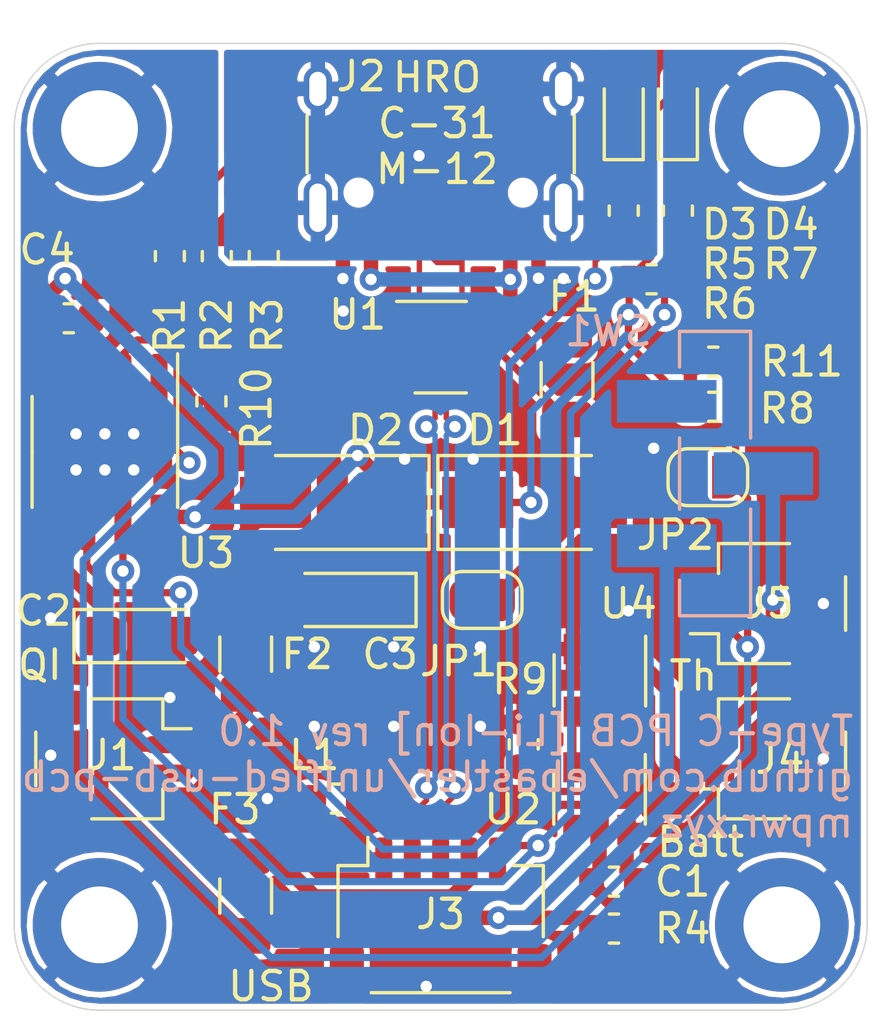
<source format=kicad_pcb>
(kicad_pcb (version 20171130) (host pcbnew "(5.1.5)-3")
  (layers (0 F.Cu signal) (31 B.Cu signal) (34 B.Paste user) (35 F.Paste user) (36 B.SilkS user) (37 F.SilkS user) (38 B.Mask user) (39 F.Mask user) (44 Edge.Cuts user))
  (net 0 "")
  (net 1 "Net-(C1-Pad2)")
  (net 2 "Net-(C1-Pad1)")
  (net 3 GNDPWR)
  (net 4 VOUT)
  (net 5 +5V)
  (net 6 "Net-(D1-Pad2)")
  (net 7 "Net-(D2-Pad2)")
  (net 8 "Net-(D3-Pad1)")
  (net 9 "Net-(D4-Pad1)")
  (net 10 "Net-(F1-Pad2)")
  (net 11 "Net-(F2-Pad2)")
  (net 12 "Net-(F3-Pad1)")
  (net 13 "Net-(J2-PadB8)")
  (net 14 "Net-(J2-PadA5)")
  (net 15 USB_D-)
  (net 16 USB_D+)
  (net 17 "Net-(J2-PadA8)")
  (net 18 "Net-(J2-PadB5)")
  (net 19 "Net-(J2-PadS1)")
  (net 20 chgsense)
  (net 21 "Net-(J5-Pad1)")
  (net 22 "Net-(R5-Pad1)")
  (net 23 "Net-(R9-Pad2)")
  (net 24 "Net-(R10-Pad2)")
  (net 25 "Net-(U2-Pad4)")
  (net 26 "Net-(U2-Pad3)")
  (net 27 "Net-(U2-Pad1)")
  (net 28 "Net-(U4-Pad5)")
  (net 29 "Net-(U4-Pad2)")
  (net 30 "Net-(SW1-Pad1)")
  (net 31 "Net-(J4-Pad2)")
  (net 32 GND)
  (module Capacitor_SMD:C_0603_1608Metric (layer F.Cu) (at 17.6784 28.956)
    (fp_text reference C4 (at -0.762 -2.413) (layer F.SilkS))
    (fp_text value 100n)
    (pad 2 smd roundrect (at 0.7875 0) (size 0.875 0.95) (layers F.Cu F.Paste F.Mask) (net 3 GNDPWR))
    (pad 1 smd roundrect (at -0.7875 0) (size 0.875 0.95) (layers F.Cu F.Paste F.Mask) (net 5 +5V))
  )
  (module Package_SO:SOIC-8-1EP_3.9x4.9mm_P1.27mm_EP2.29x3mm (layer F.Cu) (at 18.9484 33.655 270)
    (fp_text reference U3 (at 3.556 -3.556 180) (layer F.SilkS))
    (fp_text value TP4056)
    (pad 8 smd roundrect (at 2.475 -1.905 270) (size 1.95 0.6) (layers F.Cu F.Paste F.Mask) (net 5 +5V))
    (pad 7 smd roundrect (at 2.475 -0.635 270) (size 1.95 0.6) (layers F.Cu F.Paste F.Mask) (net 20 chgsense))
    (pad 6 smd roundrect (at 2.475 0.635 270) (size 1.95 0.6) (layers F.Cu F.Paste F.Mask) (net 22 "Net-(R5-Pad1)"))
    (pad 5 smd roundrect (at 2.475 1.905 270) (size 1.95 0.6) (layers F.Cu F.Paste F.Mask) (net 4 VOUT))
    (pad 4 smd roundrect (at -2.475 1.905 270) (size 1.95 0.6) (layers F.Cu F.Paste F.Mask) (net 5 +5V))
    (pad 3 smd roundrect (at -2.475 0.635 270) (size 1.95 0.6) (layers F.Cu F.Paste F.Mask) (net 3 GNDPWR))
    (pad 2 smd roundrect (at -2.475 -0.635 270) (size 1.95 0.6) (layers F.Cu F.Paste F.Mask) (net 24 "Net-(R10-Pad2)"))
    (pad 1 smd roundrect (at -2.475 -1.905 270) (size 1.95 0.6) (layers F.Cu F.Paste F.Mask) (net 21 "Net-(J5-Pad1)"))
    (pad 9 smd roundrect (at 0 0 270) (size 2.29 3) (layers F.Cu F.Mask) (roundrect_rratio 0.10917) (net 3 GNDPWR))
  )
  (module Resistor_SMD:R_0603_1608Metric (layer F.Cu) (at 22.6949 31.877 90)
    (fp_text reference R10 (at -0.254 1.5875 270) (layer F.SilkS))
    (fp_text value 1,8k)
    (pad 2 smd roundrect (at 0.7875 0 90) (size 0.875 0.95) (layers F.Cu F.Paste F.Mask) (net 24 "Net-(R10-Pad2)"))
    (pad 1 smd roundrect (at -0.7875 0 90) (size 0.875 0.95) (layers F.Cu F.Paste F.Mask) (net 3 GNDPWR))
  )
  (module Capacitor_Tantalum_SMD:CP_EIA-3216-18_Kemet-A (layer F.Cu) (at 20.1714 40.132)
    (fp_text reference C2 (at -3.382 -0.889) (layer F.SilkS))
    (fp_text value 10u)
    (pad 2 smd roundrect (at 1.35 0) (size 1.4 1.35) (layers F.Cu F.Paste F.Mask) (roundrect_rratio 0.185185) (net 3 GNDPWR))
    (pad 1 smd roundrect (at -1.35 0) (size 1.4 1.35) (layers F.Cu F.Paste F.Mask) (roundrect_rratio 0.185185) (net 4 VOUT))
  )
  (module Resistor_SMD:R_0603_1608Metric (layer F.Cu) (at 40.3479 32.0675 180)
    (fp_text reference R8 (at -2.6035 -0.0635 180) (layer F.SilkS))
    (fp_text value 3.3k)
    (pad 2 smd roundrect (at 0.7875 0 180) (size 0.875 0.95) (layers F.Cu F.Paste F.Mask) (net 5 +5V))
    (pad 1 smd roundrect (at -0.7875 0 180) (size 0.875 0.95) (layers F.Cu F.Paste F.Mask) (net 21 "Net-(J5-Pad1)"))
  )
  (module Resistor_SMD:R_0603_1608Metric (layer F.Cu) (at 40.3479 30.48)
    (fp_text reference R11 (at 3.1115 0 180) (layer F.SilkS))
    (fp_text value 22k)
    (pad 2 smd roundrect (at 0.7875 0) (size 0.875 0.95) (layers F.Cu F.Paste F.Mask) (net 21 "Net-(J5-Pad1)"))
    (pad 1 smd roundrect (at -0.7875 0) (size 0.875 0.95) (layers F.Cu F.Paste F.Mask) (net 3 GNDPWR))
  )
  (module Capacitor_SMD:C_0603_1608Metric (layer F.Cu) (at 36.8554 48.768)
    (fp_text reference C1 (at 2.413 0 180) (layer F.SilkS))
    (fp_text value 100n)
    (pad 2 smd roundrect (at 0.7875 0) (size 0.875 0.95) (layers F.Cu F.Paste F.Mask) (net 1 "Net-(C1-Pad2)"))
    (pad 1 smd roundrect (at -0.7875 0) (size 0.875 0.95) (layers F.Cu F.Paste F.Mask) (net 2 "Net-(C1-Pad1)"))
  )
  (module Resistor_SMD:R_0603_1608Metric (layer F.Cu) (at 36.8554 50.419 180)
    (fp_text reference R4 (at -2.413 0) (layer F.SilkS))
    (fp_text value 100)
    (pad 2 smd roundrect (at 0.7875 0 180) (size 0.875 0.95) (layers F.Cu F.Paste F.Mask) (net 4 VOUT))
    (pad 1 smd roundrect (at -0.7875 0 180) (size 0.875 0.95) (layers F.Cu F.Paste F.Mask) (net 2 "Net-(C1-Pad1)"))
  )
  (module Package_TO_SOT_SMD:SOT-23-6 (layer F.Cu) (at 36.3474 45.847 270)
    (fp_text reference U2 (at 0.381 3.048 180) (layer F.SilkS))
    (fp_text value DW01A)
    (pad 5 smd rect (at 1.1 0 270) (size 1.06 0.65) (layers F.Cu F.Paste F.Mask) (net 2 "Net-(C1-Pad1)"))
    (pad 6 smd rect (at 1.1 -0.95 270) (size 1.06 0.65) (layers F.Cu F.Paste F.Mask) (net 1 "Net-(C1-Pad2)"))
    (pad 4 smd rect (at 1.1 0.95 270) (size 1.06 0.65) (layers F.Cu F.Paste F.Mask) (net 25 "Net-(U2-Pad4)"))
    (pad 3 smd rect (at -1.1 0.95 270) (size 1.06 0.65) (layers F.Cu F.Paste F.Mask) (net 26 "Net-(U2-Pad3)"))
    (pad 2 smd rect (at -1.1 0 270) (size 1.06 0.65) (layers F.Cu F.Paste F.Mask) (net 23 "Net-(R9-Pad2)"))
    (pad 1 smd rect (at -1.1 -0.95 270) (size 1.06 0.65) (layers F.Cu F.Paste F.Mask) (net 27 "Net-(U2-Pad1)"))
  )
  (module Connector_USB:USB_C_Receptacle_HRO_TYPE-C-31-M-12 (layer F.Cu) (at 30.7594 21.938 180)
    (fp_text reference J2 (at 2.794 1.491 180) (layer F.SilkS))
    (fp_text value USB_C_Receptacle_USB2.0)
    (pad B1 smd rect (at 3.25 -4.045 180) (size 0.6 1.45) (layers F.Cu F.Paste F.Mask) (net 3 GNDPWR))
    (pad A9 smd rect (at 2.45 -4.045 180) (size 0.6 1.45) (layers F.Cu F.Paste F.Mask) (net 10 "Net-(F1-Pad2)"))
    (pad B9 smd rect (at -2.45 -4.045 180) (size 0.6 1.45) (layers F.Cu F.Paste F.Mask) (net 10 "Net-(F1-Pad2)"))
    (pad B12 smd rect (at -3.25 -4.045 180) (size 0.6 1.45) (layers F.Cu F.Paste F.Mask) (net 3 GNDPWR))
    (pad A1 smd rect (at -3.25 -4.045 180) (size 0.6 1.45) (layers F.Cu F.Paste F.Mask) (net 3 GNDPWR))
    (pad A4 smd rect (at -2.45 -4.045 180) (size 0.6 1.45) (layers F.Cu F.Paste F.Mask) (net 10 "Net-(F1-Pad2)"))
    (pad B4 smd rect (at 2.45 -4.045 180) (size 0.6 1.45) (layers F.Cu F.Paste F.Mask) (net 10 "Net-(F1-Pad2)"))
    (pad A12 smd rect (at 3.25 -4.045 180) (size 0.6 1.45) (layers F.Cu F.Paste F.Mask) (net 3 GNDPWR))
    (pad B8 smd rect (at -1.75 -4.045 180) (size 0.3 1.45) (layers F.Cu F.Paste F.Mask) (net 13 "Net-(J2-PadB8)"))
    (pad A5 smd rect (at -1.25 -4.045 180) (size 0.3 1.45) (layers F.Cu F.Paste F.Mask) (net 14 "Net-(J2-PadA5)"))
    (pad B7 smd rect (at -0.75 -4.045 180) (size 0.3 1.45) (layers F.Cu F.Paste F.Mask) (net 15 USB_D-))
    (pad A7 smd rect (at 0.25 -4.045 180) (size 0.3 1.45) (layers F.Cu F.Paste F.Mask) (net 15 USB_D-))
    (pad B6 smd rect (at 0.75 -4.045 180) (size 0.3 1.45) (layers F.Cu F.Paste F.Mask) (net 16 USB_D+))
    (pad A8 smd rect (at 1.25 -4.045 180) (size 0.3 1.45) (layers F.Cu F.Paste F.Mask) (net 17 "Net-(J2-PadA8)"))
    (pad B5 smd rect (at 1.75 -4.045 180) (size 0.3 1.45) (layers F.Cu F.Paste F.Mask) (net 18 "Net-(J2-PadB5)"))
    (pad A6 smd rect (at -0.25 -4.045 180) (size 0.3 1.45) (layers F.Cu F.Paste F.Mask) (net 16 USB_D+))
    (pad S1 thru_hole oval (at 4.32 -3.13 180) (size 1 2.1) (drill oval 0.6 1.7) (layers *.Cu *.Mask) (net 19 "Net-(J2-PadS1)"))
    (pad S1 thru_hole oval (at -4.32 -3.13 180) (size 1 2.1) (drill oval 0.6 1.7) (layers *.Cu *.Mask) (net 19 "Net-(J2-PadS1)"))
    (pad "" np_thru_hole circle (at -2.89 -2.6 180) (size 0.65 0.65) (drill 0.65) (layers *.Cu *.Mask))
    (pad S1 thru_hole oval (at -4.32 1.05 180) (size 1 1.6) (drill oval 0.6 1.2) (layers *.Cu *.Mask) (net 19 "Net-(J2-PadS1)"))
    (pad "" np_thru_hole circle (at 2.89 -2.6 180) (size 0.65 0.65) (drill 0.65) (layers *.Cu *.Mask))
    (pad S1 thru_hole oval (at 4.32 1.05 180) (size 1 1.6) (drill oval 0.6 1.2) (layers *.Cu *.Mask) (net 19 "Net-(J2-PadS1)"))
  )
  (module Inductor_SMD:L_0603_1608Metric (layer F.Cu) (at 27.0764 45.847)
    (fp_text reference L1 (at -0.762 -1.524) (layer F.SilkS))
    (fp_text value BLM18PG121SN1D)
    (pad 2 smd roundrect (at 0.7875 0) (size 0.875 0.95) (layers F.Cu F.Paste F.Mask) (net 3 GNDPWR))
    (pad 1 smd roundrect (at -0.7875 0) (size 0.875 0.95) (layers F.Cu F.Paste F.Mask) (net 32 GND))
  )
  (module Package_TO_SOT_SMD:SOT-23-6 (layer F.Cu) (at 30.7594 29.972)
    (fp_text reference U1 (at -2.921 -1.143) (layer F.SilkS))
    (fp_text value SRV05-4)
    (pad 5 smd rect (at 1.1 0) (size 1.06 0.65) (layers F.Cu F.Paste F.Mask) (net 6 "Net-(D1-Pad2)"))
    (pad 6 smd rect (at 1.1 -0.95) (size 1.06 0.65) (layers F.Cu F.Paste F.Mask) (net 15 USB_D-))
    (pad 4 smd rect (at 1.1 0.95) (size 1.06 0.65) (layers F.Cu F.Paste F.Mask) (net 15 USB_D-))
    (pad 3 smd rect (at -1.1 0.95) (size 1.06 0.65) (layers F.Cu F.Paste F.Mask) (net 16 USB_D+))
    (pad 2 smd rect (at -1.1 0) (size 1.06 0.65) (layers F.Cu F.Paste F.Mask) (net 3 GNDPWR))
    (pad 1 smd rect (at -1.1 -0.95) (size 1.06 0.65) (layers F.Cu F.Paste F.Mask) (net 16 USB_D+))
  )
  (module MountingHole:MountingHole_2.7mm_M2.5_DIN965_Pad (layer F.Cu) (at 42.7594 50.288)
    (fp_text reference H4 hide)
    (fp_text value MountingHole_Pad)
    (pad 1 thru_hole circle (at 0 0) (size 4.7 4.7) (drill 2.7) (layers *.Cu *.Mask) (net 3 GNDPWR))
  )
  (module MountingHole:MountingHole_2.7mm_M2.5_DIN965_Pad (layer F.Cu) (at 18.7594 50.288)
    (fp_text reference H3 hide)
    (fp_text value MountingHole_Pad)
    (pad 1 thru_hole circle (at 0 0) (size 4.7 4.7) (drill 2.7) (layers *.Cu *.Mask) (net 3 GNDPWR))
  )
  (module MountingHole:MountingHole_2.7mm_M2.5_DIN965_Pad (layer F.Cu) (at 42.7594 22.288)
    (fp_text reference H2 hide)
    (fp_text value MountingHole_Pad)
    (pad 1 thru_hole circle (at 0 0) (size 4.7 4.7) (drill 2.7) (layers *.Cu *.Mask) (net 3 GNDPWR))
  )
  (module MountingHole:MountingHole_2.7mm_M2.5_DIN965_Pad (layer F.Cu) (at 18.7594 22.288)
    (fp_text reference H1 hide)
    (fp_text value MountingHole_Pad)
    (pad 1 thru_hole circle (at 0 0) (size 4.7 4.7) (drill 2.7) (layers *.Cu *.Mask) (net 3 GNDPWR))
  )
  (module Connector_JST:JST_SH_SM05B-SRSS-TB_1x05-1MP_P1.00mm_Horizontal (layer F.Cu) (at 30.7594 49.988)
    (fp_text reference J3 (at 0 -0.077) (layer F.SilkS))
    (fp_text value USB_Out)
    (pad MP smd roundrect (at 3.3 1.875) (size 1.2 1.8) (layers F.Cu F.Paste F.Mask) (roundrect_rratio 0.208333))
    (pad MP smd roundrect (at -3.3 1.875) (size 1.2 1.8) (layers F.Cu F.Paste F.Mask) (roundrect_rratio 0.208333))
    (pad 5 smd roundrect (at 2 -2) (size 0.6 1.55) (layers F.Cu F.Paste F.Mask) (net 20 chgsense))
    (pad 4 smd roundrect (at 1 -2) (size 0.6 1.55) (layers F.Cu F.Paste F.Mask) (net 12 "Net-(F3-Pad1)"))
    (pad 3 smd roundrect (at 0 -2) (size 0.6 1.55) (layers F.Cu F.Paste F.Mask) (net 15 USB_D-))
    (pad 2 smd roundrect (at -1 -2) (size 0.6 1.55) (layers F.Cu F.Paste F.Mask) (net 16 USB_D+))
    (pad 1 smd roundrect (at -2 -2) (size 0.6 1.55) (layers F.Cu F.Paste F.Mask) (net 32 GND))
  )
  (module Resistor_SMD:R_0603_1608Metric (layer F.Cu) (at 33.6804 43.942 270)
    (fp_text reference R9 (at -2.286 0.127 180) (layer F.SilkS))
    (fp_text value 1k)
    (pad 2 smd roundrect (at 0.7875 0 270) (size 0.875 0.95) (layers F.Cu F.Paste F.Mask) (net 23 "Net-(R9-Pad2)"))
    (pad 1 smd roundrect (at -0.7875 0 270) (size 0.875 0.95) (layers F.Cu F.Paste F.Mask) (net 3 GNDPWR))
  )
  (module Connector_JST:JST_SH_SM02B-SRSS-TB_1x02-1MP_P1.00mm_Horizontal (layer F.Cu) (at 42.3164 38.989 90)
    (fp_text reference J5 (at 0 0 180) (layer F.SilkS))
    (fp_text value THERM)
    (pad MP smd roundrect (at 1.8 1.875 90) (size 1.2 1.8) (layers F.Cu F.Paste F.Mask) (roundrect_rratio 0.208333))
    (pad MP smd roundrect (at -1.8 1.875 90) (size 1.2 1.8) (layers F.Cu F.Paste F.Mask) (roundrect_rratio 0.208333))
    (pad 2 smd roundrect (at 0.5 -2 90) (size 0.6 1.55) (layers F.Cu F.Paste F.Mask) (net 3 GNDPWR))
    (pad 1 smd roundrect (at -0.5 -2 90) (size 0.6 1.55) (layers F.Cu F.Paste F.Mask) (net 21 "Net-(J5-Pad1)"))
  )
  (module Package_TO_SOT_SMD:SOT-23-6 (layer F.Cu) (at 36.3594 41.688 270)
    (fp_text reference U4 (at -2.699 -1.004 180) (layer F.SilkS))
    (fp_text value FS8205)
    (pad 5 smd rect (at 1.1 0 270) (size 1.06 0.65) (layers F.Cu F.Paste F.Mask) (net 28 "Net-(U4-Pad5)"))
    (pad 6 smd rect (at 1.1 -0.95 270) (size 1.06 0.65) (layers F.Cu F.Paste F.Mask) (net 27 "Net-(U2-Pad1)"))
    (pad 4 smd rect (at 1.1 0.95 270) (size 1.06 0.65) (layers F.Cu F.Paste F.Mask) (net 26 "Net-(U2-Pad3)"))
    (pad 3 smd rect (at -1.1 0.95 270) (size 1.06 0.65) (layers F.Cu F.Paste F.Mask) (net 3 GNDPWR))
    (pad 2 smd rect (at -1.1 0 270) (size 1.06 0.65) (layers F.Cu F.Paste F.Mask) (net 29 "Net-(U4-Pad2)"))
    (pad 1 smd rect (at -1.1 -0.95 270) (size 1.06 0.65) (layers F.Cu F.Paste F.Mask) (net 1 "Net-(C1-Pad2)"))
  )
  (module kicad-keyboard-parts:ESP3020 (layer B.Cu) (at 40.4114 34.417 180)
    (fp_text reference SW1 (at 3.75 5) (layer B.SilkS) (effects (justify mirror)))
    (fp_text value SW_SPDT)
    (pad 3 smd rect (at 1.7 -2.54 180) (size 3.5 1.5) (layers B.Cu B.Paste B.Mask) (net 4 VOUT))
    (pad 2 smd rect (at -1.7 0 180) (size 3.5 1.5) (layers B.Cu B.Paste B.Mask) (net 31 "Net-(J4-Pad2)"))
    (pad 1 smd rect (at 1.7 2.54 180) (size 3.5 1.5) (layers B.Cu B.Paste B.Mask) (net 30 "Net-(SW1-Pad1)"))
  )
  (module Diode_SMD:D_SMA (layer F.Cu) (at 26.9494 35.433 180)
    (fp_text reference D2 (at -1.524 2.54) (layer F.SilkS))
    (fp_text value SS34)
    (pad 2 smd rect (at 2 0 180) (size 2.5 1.8) (layers F.Cu F.Paste F.Mask) (net 7 "Net-(D2-Pad2)"))
    (pad 1 smd rect (at -2 0 180) (size 2.5 1.8) (layers F.Cu F.Paste F.Mask) (net 5 +5V))
  )
  (module Connector_JST:JST_SH_SM02B-SRSS-TB_1x02-1MP_P1.00mm_Horizontal (layer F.Cu) (at 19.2024 44.45 270)
    (fp_text reference J1 (at -0.127 0 180) (layer F.SilkS))
    (fp_text value QI)
    (pad MP smd roundrect (at 1.8 1.875 270) (size 1.2 1.8) (layers F.Cu F.Paste F.Mask) (roundrect_rratio 0.208333))
    (pad MP smd roundrect (at -1.8 1.875 270) (size 1.2 1.8) (layers F.Cu F.Paste F.Mask) (roundrect_rratio 0.208333))
    (pad 2 smd roundrect (at 0.5 -2 270) (size 0.6 1.55) (layers F.Cu F.Paste F.Mask) (net 11 "Net-(F2-Pad2)"))
    (pad 1 smd roundrect (at -0.5 -2 270) (size 0.6 1.55) (layers F.Cu F.Paste F.Mask) (net 3 GNDPWR))
  )
  (module Resistor_SMD:R_0603_1608Metric (layer F.Cu) (at 21.2344 26.7716 90)
    (fp_text reference R1 (at -2.4384 0 270) (layer F.SilkS))
    (fp_text value 5,1k)
    (pad 2 smd roundrect (at 0.7875 0 90) (size 0.875 0.95) (layers F.Cu F.Paste F.Mask) (net 14 "Net-(J2-PadA5)"))
    (pad 1 smd roundrect (at -0.7875 0 90) (size 0.875 0.95) (layers F.Cu F.Paste F.Mask) (net 3 GNDPWR))
  )
  (module Resistor_SMD:R_0603_1608Metric (layer F.Cu) (at 22.8854 26.7716 90)
    (fp_text reference R2 (at -2.4384 0 270) (layer F.SilkS))
    (fp_text value 5,1k)
    (pad 2 smd roundrect (at 0.7875 0 90) (size 0.875 0.95) (layers F.Cu F.Paste F.Mask) (net 18 "Net-(J2-PadB5)"))
    (pad 1 smd roundrect (at -0.7875 0 90) (size 0.875 0.95) (layers F.Cu F.Paste F.Mask) (net 3 GNDPWR))
  )
  (module Resistor_SMD:R_0603_1608Metric (layer F.Cu) (at 39.1033 25.1714 90)
    (fp_text reference R7 (at -1.8796 3.9751) (layer F.SilkS))
    (fp_text value 2,7k)
    (pad 2 smd roundrect (at 0.7875 0 90) (size 0.875 0.95) (layers F.Cu F.Paste F.Mask) (net 9 "Net-(D4-Pad1)"))
    (pad 1 smd roundrect (at -0.7875 0 90) (size 0.875 0.95) (layers F.Cu F.Paste F.Mask) (net 20 chgsense))
  )
  (module Resistor_SMD:R_0603_1608Metric (layer F.Cu) (at 38.1762 27.5844 180)
    (fp_text reference R6 (at -2.7432 -0.8636) (layer F.SilkS))
    (fp_text value 10k)
    (pad 2 smd roundrect (at 0.7875 0 180) (size 0.875 0.95) (layers F.Cu F.Paste F.Mask) (net 5 +5V))
    (pad 1 smd roundrect (at -0.7875 0 180) (size 0.875 0.95) (layers F.Cu F.Paste F.Mask) (net 20 chgsense))
  )
  (module Resistor_SMD:R_0603_1608Metric (layer F.Cu) (at 37.1983 25.1714 90)
    (fp_text reference R5 (at -1.8796 3.7211 180) (layer F.SilkS))
    (fp_text value 2,7k)
    (pad 2 smd roundrect (at 0.7875 0 90) (size 0.875 0.95) (layers F.Cu F.Paste F.Mask) (net 8 "Net-(D3-Pad1)"))
    (pad 1 smd roundrect (at -0.7875 0 90) (size 0.875 0.95) (layers F.Cu F.Paste F.Mask) (net 22 "Net-(R5-Pad1)"))
  )
  (module Resistor_SMD:R_0603_1608Metric (layer F.Cu) (at 24.5364 26.7716 90)
    (fp_text reference R3 (at -2.4384 0.127 90) (layer F.SilkS))
    (fp_text value 0)
    (pad 2 smd roundrect (at 0.7875 0 90) (size 0.875 0.95) (layers F.Cu F.Paste F.Mask) (net 19 "Net-(J2-PadS1)"))
    (pad 1 smd roundrect (at -0.7875 0 90) (size 0.875 0.95) (layers F.Cu F.Paste F.Mask) (net 3 GNDPWR))
  )
  (module Jumper:SolderJumper-2_P1.3mm_Open_RoundedPad1.0x1.5mm (layer F.Cu) (at 40.1574 34.544 180)
    (fp_text reference JP2 (at 1.143 -2.032) (layer F.SilkS))
    (fp_text value "No thermistor")
    (pad 2 smd custom (at 0.65 0 180) (size 1 0.5) (layers F.Cu F.Mask) (net 3 GNDPWR) (options (clearance outline) (anchor rect)) (primitives (gr_circle (center 0 0.25) (end 0.5 0.25) (width 0)) (gr_circle (center 0 -0.25) (end 0.5 -0.25) (width 0)) (gr_poly (pts (xy 0 -0.75) (xy -0.5 -0.75) (xy -0.5 0.75) (xy 0 0.75)) (width 0))))
    (pad 1 smd custom (at -0.65 0 180) (size 1 0.5) (layers F.Cu F.Mask) (net 21 "Net-(J5-Pad1)") (options (clearance outline) (anchor rect)) (primitives (gr_circle (center 0 0.25) (end 0.5 0.25) (width 0)) (gr_circle (center 0 -0.25) (end 0.5 -0.25) (width 0)) (gr_poly (pts (xy 0 -0.75) (xy 0.5 -0.75) (xy 0.5 0.75) (xy 0 0.75)) (width 0))))
  )
  (module Jumper:SolderJumper-2_P1.3mm_Open_RoundedPad1.0x1.5mm (layer F.Cu) (at 32.2199 38.862)
    (fp_text reference JP1 (at -0.8255 2.159) (layer F.SilkS))
    (fp_text value "No QI")
    (pad 2 smd custom (at 0.65 0) (size 1 0.5) (layers F.Cu F.Mask) (net 6 "Net-(D1-Pad2)") (options (clearance outline) (anchor rect)) (primitives (gr_circle (center 0 0.25) (end 0.5 0.25) (width 0)) (gr_circle (center 0 -0.25) (end 0.5 -0.25) (width 0)) (gr_poly (pts (xy 0 -0.75) (xy -0.5 -0.75) (xy -0.5 0.75) (xy 0 0.75)) (width 0))))
    (pad 1 smd custom (at -0.65 0) (size 1 0.5) (layers F.Cu F.Mask) (net 5 +5V) (options (clearance outline) (anchor rect)) (primitives (gr_circle (center 0 0.25) (end 0.5 0.25) (width 0)) (gr_circle (center 0 -0.25) (end 0.5 -0.25) (width 0)) (gr_poly (pts (xy 0 -0.75) (xy 0.5 -0.75) (xy 0.5 0.75) (xy 0 0.75)) (width 0))))
  )
  (module Connector_JST:JST_SH_SM02B-SRSS-TB_1x02-1MP_P1.00mm_Horizontal (layer F.Cu) (at 42.3164 44.45 90)
    (fp_text reference J4 (at 0 0.381 180) (layer F.SilkS))
    (fp_text value BATT)
    (pad MP smd roundrect (at 1.8 1.875 90) (size 1.2 1.8) (layers F.Cu F.Paste F.Mask) (roundrect_rratio 0.208333))
    (pad MP smd roundrect (at -1.8 1.875 90) (size 1.2 1.8) (layers F.Cu F.Paste F.Mask) (roundrect_rratio 0.208333))
    (pad 2 smd roundrect (at 0.5 -2 90) (size 0.6 1.55) (layers F.Cu F.Paste F.Mask) (net 31 "Net-(J4-Pad2)"))
    (pad 1 smd roundrect (at -0.5 -2 90) (size 0.6 1.55) (layers F.Cu F.Paste F.Mask) (net 1 "Net-(C1-Pad2)"))
  )
  (module Fuse:Fuse_1206_3216Metric (layer F.Cu) (at 23.9014 49.276 270)
    (fp_text reference F3 (at -3.048 0.381 180) (layer F.SilkS))
    (fp_text value 1206L050/15YR)
    (pad 2 smd roundrect (at 1.4 0 270) (size 1.25 1.75) (layers F.Cu F.Paste F.Mask) (roundrect_rratio 0.2) (net 4 VOUT))
    (pad 1 smd roundrect (at -1.4 0 270) (size 1.25 1.75) (layers F.Cu F.Paste F.Mask) (roundrect_rratio 0.2) (net 12 "Net-(F3-Pad1)"))
  )
  (module Fuse:Fuse_1206_3216Metric (layer F.Cu) (at 23.9014 40.767 270)
    (fp_text reference F2 (at 0 -2.159 180) (layer F.SilkS))
    (fp_text value 1206L050/15YR)
    (pad 2 smd roundrect (at 1.4 0 270) (size 1.25 1.75) (layers F.Cu F.Paste F.Mask) (roundrect_rratio 0.2) (net 11 "Net-(F2-Pad2)"))
    (pad 1 smd roundrect (at -1.4 0 270) (size 1.25 1.75) (layers F.Cu F.Paste F.Mask) (roundrect_rratio 0.2) (net 7 "Net-(D2-Pad2)"))
  )
  (module Fuse:Fuse_1206_3216Metric (layer F.Cu) (at 35.2044 31.115 90)
    (fp_text reference F1 (at 2.921 0.254 180) (layer F.SilkS))
    (fp_text value 1206L050/15YR)
    (pad 2 smd roundrect (at 1.4 0 90) (size 1.25 1.75) (layers F.Cu F.Paste F.Mask) (roundrect_rratio 0.2) (net 10 "Net-(F1-Pad2)"))
    (pad 1 smd roundrect (at -1.4 0 90) (size 1.25 1.75) (layers F.Cu F.Paste F.Mask) (roundrect_rratio 0.2) (net 6 "Net-(D1-Pad2)"))
  )
  (module LED_SMD:LED_0603_1608Metric_Castellated (layer F.Cu) (at 39.1033 21.6916 90)
    (fp_text reference D4 (at -3.9624 3.9751) (layer F.SilkS))
    (fp_text value KT-0603R)
    (pad 2 smd roundrect (at 0.8125 0 90) (size 1.225 0.85) (layers F.Cu F.Paste F.Mask) (net 5 +5V))
    (pad 1 smd roundrect (at -0.8125 0 90) (size 1.225 0.85) (layers F.Cu F.Paste F.Mask) (net 9 "Net-(D4-Pad1)"))
  )
  (module LED_SMD:LED_0603_1608Metric_Castellated (layer F.Cu) (at 37.1983 21.6916 90)
    (fp_text reference D3 (at -3.9624 3.7211 180) (layer F.SilkS))
    (fp_text value 19-217/GHC-YR1S2/3T)
    (pad 2 smd roundrect (at 0.8125 0 90) (size 1.225 0.85) (layers F.Cu F.Paste F.Mask) (net 5 +5V))
    (pad 1 smd roundrect (at -0.8125 0 90) (size 1.225 0.85) (layers F.Cu F.Paste F.Mask) (net 8 "Net-(D3-Pad1)"))
  )
  (module Diode_SMD:D_SMA (layer F.Cu) (at 34.0614 35.433)
    (fp_text reference D1 (at -1.397 -2.54) (layer F.SilkS))
    (fp_text value SS34)
    (pad 2 smd rect (at 2 0) (size 2.5 1.8) (layers F.Cu F.Paste F.Mask) (net 6 "Net-(D1-Pad2)"))
    (pad 1 smd rect (at -2 0) (size 2.5 1.8) (layers F.Cu F.Paste F.Mask) (net 5 +5V))
  )
  (module Capacitor_Tantalum_SMD:CP_EIA-3216-18_Kemet-A (layer F.Cu) (at 27.5844 38.862 180)
    (fp_text reference C3 (at -1.397 -1.905) (layer F.SilkS))
    (fp_text value 10u)
    (pad 2 smd roundrect (at 1.35 0 180) (size 1.4 1.35) (layers F.Cu F.Paste F.Mask) (roundrect_rratio 0.185185) (net 3 GNDPWR))
    (pad 1 smd roundrect (at -1.35 0 180) (size 1.4 1.35) (layers F.Cu F.Paste F.Mask) (roundrect_rratio 0.185185) (net 5 +5V))
  )
  (gr_text "Type-C PCB [Li-Ion] rev 1.0\ngithub.com/ebastler/unified-usb-pcb\nmpwr.xyz" (at 45.3644 45.085) (layer B.SilkS) (effects (font (size 1 1)) (justify left mirror)))
  (gr_text USB (at 24.7904 52.451) (layer F.SilkS) (effects (font (size 1 1))))
  (gr_text Batt (at 39.9034 47.371) (layer F.SilkS) (effects (font (size 1 1))))
  (gr_text Th (at 39.6494 41.529) (layer F.SilkS) (effects (font (size 1 1))))
  (gr_text QI (at 16.6624 41.148) (layer F.SilkS) (effects (font (size 1 1))))
  (gr_text "HRO\nC-31\nM-12" (at 30.6324 22.098) (layer F.SilkS) (effects (font (size 1 1))))
  (gr_line (start 45.7594 50.288) (end 45.7594 22.288) (layer Edge.Cuts) (width 0.05))
  (gr_line (start 18.7594 53.288) (end 42.7594 53.288) (layer Edge.Cuts) (width 0.05))
  (gr_line (start 15.7594 22.288) (end 15.7594 50.288) (layer Edge.Cuts) (width 0.05))
  (gr_line (start 42.7594 19.288) (end 18.7594 19.288) (layer Edge.Cuts) (width 0.05))
  (gr_arc (start 42.7594 50.288) (end 42.7594 53.288) (angle -90) (layer Edge.Cuts) (width 0.05))
  (gr_arc (start 18.7594 50.288) (end 15.7594 50.288) (angle -90) (layer Edge.Cuts) (width 0.05))
  (gr_arc (start 18.7594 22.288) (end 18.7594 19.288) (angle -90) (layer Edge.Cuts) (width 0.05))
  (gr_arc (start 42.7594 22.288) (end 45.7594 22.288) (angle -90) (layer Edge.Cuts) (width 0.05))
  (via (at 17.9324 33.02) (size 0.8) (drill 0.4) (layers F.Cu B.Cu) (net 3))
  (via (at 18.9484 33.02) (size 0.8) (drill 0.4) (layers F.Cu B.Cu) (net 3))
  (via (at 19.9644 33.02) (size 0.8) (drill 0.4) (layers F.Cu B.Cu) (net 3))
  (via (at 19.9644 34.29) (size 0.8) (drill 0.4) (layers F.Cu B.Cu) (net 3))
  (via (at 17.9324 34.29) (size 0.8) (drill 0.4) (layers F.Cu B.Cu) (net 3))
  (via (at 18.9484 34.29) (size 0.8) (drill 0.4) (layers F.Cu B.Cu) (net 3))
  (segment (start 40.3164 44.95) (end 39.2944 44.95) (width 0.508) (layer F.Cu) (net 1))
  (segment (start 39.2944 44.95) (end 38.7604 44.416) (width 0.508) (layer F.Cu) (net 1))
  (segment (start 38.7604 42.039) (end 37.3094 40.588) (width 0.508) (layer F.Cu) (net 1))
  (segment (start 38.7604 44.416) (end 38.7604 42.039) (width 0.508) (layer F.Cu) (net 1))
  (segment (start 40.3164 44.95) (end 40.3164 46.069) (width 0.508) (layer F.Cu) (net 1))
  (segment (start 39.4384 46.947) (end 37.2974 46.947) (width 0.508) (layer F.Cu) (net 1))
  (segment (start 40.3164 46.069) (end 39.4384 46.947) (width 0.508) (layer F.Cu) (net 1))
  (segment (start 37.2974 48.4225) (end 37.6429 48.768) (width 0.508) (layer F.Cu) (net 1))
  (segment (start 37.2974 46.947) (end 37.2974 48.4225) (width 0.508) (layer F.Cu) (net 1))
  (segment (start 36.0679 48.844) (end 37.6429 50.419) (width 0.508) (layer F.Cu) (net 2))
  (segment (start 36.0679 48.768) (end 36.0679 48.844) (width 0.508) (layer F.Cu) (net 2))
  (segment (start 36.3474 48.4885) (end 36.0679 48.768) (width 0.508) (layer F.Cu) (net 2))
  (segment (start 36.3474 46.947) (end 36.3474 48.4885) (width 0.508) (layer F.Cu) (net 2))
  (via (at 27.319332 27.558673) (size 0.8) (drill 0.4) (layers F.Cu B.Cu) (net 3))
  (segment (start 27.5094 27.368605) (end 27.319332 27.558673) (width 0.254) (layer F.Cu) (net 3))
  (via (at 34.199111 27.548412) (size 0.8) (drill 0.4) (layers F.Cu B.Cu) (net 3))
  (segment (start 34.0094 27.358701) (end 34.199111 27.548412) (width 0.254) (layer F.Cu) (net 3))
  (segment (start 34.199111 27.548412) (end 34.199111 27.515809) (width 0.254) (layer B.Cu) (net 3))
  (segment (start 39.5074 34.544) (end 39.5074 35.799) (width 0.508) (layer F.Cu) (net 3))
  (segment (start 39.5074 34.544) (end 38.3794 34.544) (width 0.508) (layer F.Cu) (net 3))
  (segment (start 39.5074 34.544) (end 39.5074 33.289) (width 0.508) (layer F.Cu) (net 3))
  (segment (start 27.319332 26.173068) (end 27.5094 25.983) (width 0.508) (layer F.Cu) (net 3))
  (segment (start 27.319332 27.558673) (end 27.319332 26.173068) (width 0.508) (layer F.Cu) (net 3))
  (segment (start 34.199111 26.172711) (end 34.199111 27.548412) (width 0.508) (layer F.Cu) (net 3))
  (segment (start 34.0094 25.983) (end 34.199111 26.172711) (width 0.508) (layer F.Cu) (net 3))
  (segment (start 18.3134 29.1085) (end 18.4659 28.956) (width 0.508) (layer F.Cu) (net 3))
  (segment (start 18.3134 31.18) (end 18.3134 29.1085) (width 0.508) (layer F.Cu) (net 3))
  (segment (start 18.3134 33.02) (end 18.9484 33.655) (width 0.508) (layer F.Cu) (net 3))
  (segment (start 18.3134 31.18) (end 18.3134 33.02) (width 0.508) (layer F.Cu) (net 3))
  (via (at 24.6634 45.847) (size 0.8) (drill 0.4) (layers F.Cu B.Cu) (net 3))
  (via (at 29.1084 40.513) (size 0.8) (drill 0.4) (layers F.Cu B.Cu) (net 3))
  (via (at 29.1084 43.307) (size 0.8) (drill 0.4) (layers F.Cu B.Cu) (net 3))
  (via (at 32.1564 40.513) (size 0.8) (drill 0.4) (layers F.Cu B.Cu) (net 3))
  (via (at 32.1564 43.307) (size 0.8) (drill 0.4) (layers F.Cu B.Cu) (net 3))
  (via (at 31.9024 33.909) (size 0.8) (drill 0.4) (layers F.Cu B.Cu) (net 3))
  (via (at 29.4894 33.909) (size 0.8) (drill 0.4) (layers F.Cu B.Cu) (net 3))
  (via (at 37.3634 39.243) (size 0.8) (drill 0.4) (layers F.Cu B.Cu) (net 3))
  (via (at 44.2214 38.989) (size 0.8) (drill 0.4) (layers F.Cu B.Cu) (net 3))
  (via (at 44.2214 44.45) (size 0.8) (drill 0.4) (layers F.Cu B.Cu) (net 3))
  (via (at 30.2514 52.451) (size 0.8) (drill 0.4) (layers F.Cu B.Cu) (net 3))
  (via (at 17.0434 44.323) (size 0.8) (drill 0.4) (layers F.Cu B.Cu) (net 3))
  (via (at 17.0434 39.497) (size 0.8) (drill 0.4) (layers F.Cu B.Cu) (net 3))
  (via (at 38.2524 33.528) (size 0.8) (drill 0.4) (layers F.Cu B.Cu) (net 3))
  (via (at 27.3304 28.702) (size 0.8) (drill 0.4) (layers F.Cu B.Cu) (net 3))
  (via (at 35.0774 27.559) (size 0.8) (drill 0.4) (layers F.Cu B.Cu) (net 3))
  (via (at 26.3144 40.513) (size 0.8) (drill 0.4) (layers F.Cu B.Cu) (net 3))
  (via (at 26.3144 43.307) (size 0.8) (drill 0.4) (layers F.Cu B.Cu) (net 3))
  (via (at 21.2344 42.291) (size 0.8) (drill 0.4) (layers F.Cu B.Cu) (net 3))
  (via (at 32.791396 50.038) (size 0.8) (drill 0.4) (layers F.Cu B.Cu) (net 4))
  (segment (start 33.8074 50.038) (end 32.791396 50.038) (width 0.508) (layer B.Cu) (net 4))
  (segment (start 38.7114 45.134) (end 33.8074 50.038) (width 0.508) (layer B.Cu) (net 4))
  (segment (start 38.7114 36.957) (end 38.7114 45.134) (width 0.508) (layer B.Cu) (net 4))
  (segment (start 17.0434 37.296506) (end 18.8214 39.074506) (width 0.508) (layer F.Cu) (net 4))
  (segment (start 18.8214 39.074506) (end 18.8214 40.132) (width 0.508) (layer F.Cu) (net 4))
  (segment (start 17.0434 37.296506) (end 17.0434 36.13) (width 0.508) (layer F.Cu) (net 4))
  (segment (start 35.6869 50.038) (end 36.0679 50.419) (width 0.508) (layer F.Cu) (net 4))
  (segment (start 32.791396 50.038) (end 35.6869 50.038) (width 0.508) (layer F.Cu) (net 4))
  (segment (start 23.9044 50.673) (end 23.9014 50.676) (width 0.508) (layer F.Cu) (net 4))
  (segment (start 25.6794 50.673) (end 23.9044 50.673) (width 0.508) (layer F.Cu) (net 4))
  (segment (start 32.791396 50.038) (end 26.3144 50.038) (width 0.508) (layer F.Cu) (net 4))
  (segment (start 26.3144 50.038) (end 25.6794 50.673) (width 0.508) (layer F.Cu) (net 4))
  (segment (start 23.9014 50.673) (end 23.9014 50.676) (width 0.508) (layer F.Cu) (net 4))
  (segment (start 18.8214 40.132) (end 18.8214 45.593) (width 0.508) (layer F.Cu) (net 4))
  (segment (start 18.8214 45.593) (end 23.9014 50.673) (width 0.508) (layer F.Cu) (net 4))
  (segment (start 32.0614 35.433) (end 28.9494 35.433) (width 0.508) (layer F.Cu) (net 5))
  (segment (start 28.9344 35.448) (end 28.9494 35.433) (width 0.508) (layer F.Cu) (net 5))
  (segment (start 28.9344 38.862) (end 28.9344 35.448) (width 0.508) (layer F.Cu) (net 5))
  (segment (start 31.5699 35.9245) (end 32.0614 35.433) (width 0.508) (layer F.Cu) (net 5))
  (segment (start 31.5699 38.862) (end 31.5699 35.9245) (width 0.508) (layer F.Cu) (net 5))
  (segment (start 37.1983 20.8791) (end 38.1508 21.8316) (width 0.254) (layer F.Cu) (net 5))
  (segment (start 39.1033 20.8791) (end 38.1508 21.8316) (width 0.254) (layer F.Cu) (net 5))
  (segment (start 38.1508 26.803467) (end 37.3887 27.565567) (width 0.254) (layer F.Cu) (net 5))
  (segment (start 37.3887 27.565567) (end 37.3887 27.5844) (width 0.254) (layer F.Cu) (net 5))
  (segment (start 38.1508 21.8316) (end 38.1508 26.803467) (width 0.254) (layer F.Cu) (net 5))
  (via (at 37.3634 28.829) (size 0.8) (drill 0.4) (layers F.Cu B.Cu) (net 5))
  (segment (start 37.3887 28.8037) (end 37.3634 28.829) (width 0.254) (layer F.Cu) (net 5))
  (segment (start 37.3887 27.5844) (end 37.3887 28.8037) (width 0.254) (layer F.Cu) (net 5))
  (segment (start 37.3634 29.8705) (end 39.5604 32.0675) (width 0.254) (layer F.Cu) (net 5))
  (segment (start 37.3634 28.829) (end 37.3634 29.8705) (width 0.254) (layer F.Cu) (net 5))
  (segment (start 17.0434 29.1085) (end 16.8909 28.956) (width 0.508) (layer F.Cu) (net 5))
  (segment (start 17.0434 31.18) (end 17.0434 29.1085) (width 0.508) (layer F.Cu) (net 5))
  (via (at 17.5514 27.559) (size 0.8) (drill 0.4) (layers F.Cu B.Cu) (net 5))
  (segment (start 16.8909 28.956) (end 16.8909 28.2195) (width 0.508) (layer F.Cu) (net 5))
  (segment (start 16.8909 28.2195) (end 17.5514 27.559) (width 0.508) (layer F.Cu) (net 5))
  (via (at 22.1234 35.941) (size 0.8) (drill 0.4) (layers F.Cu B.Cu) (net 5))
  (segment (start 21.0424 35.941) (end 20.8534 36.13) (width 0.508) (layer F.Cu) (net 5))
  (segment (start 22.1234 35.941) (end 21.0424 35.941) (width 0.508) (layer F.Cu) (net 5))
  (via (at 27.8384 33.782) (size 0.8) (drill 0.4) (layers F.Cu B.Cu) (net 5))
  (segment (start 28.9494 35.433) (end 28.9494 34.893) (width 0.508) (layer F.Cu) (net 5))
  (segment (start 28.9494 34.893) (end 27.8384 33.782) (width 0.508) (layer F.Cu) (net 5))
  (segment (start 25.6794 35.941) (end 22.1234 35.941) (width 0.508) (layer B.Cu) (net 5))
  (segment (start 27.8384 33.782) (end 25.6794 35.941) (width 0.508) (layer B.Cu) (net 5))
  (segment (start 32.0614 35.433) (end 33.934386 35.433) (width 0.254) (layer F.Cu) (net 5))
  (via (at 33.934386 35.433) (size 0.8) (drill 0.4) (layers F.Cu B.Cu) (net 5))
  (segment (start 23.3934 34.671) (end 22.1234 35.941) (width 0.508) (layer B.Cu) (net 5))
  (segment (start 17.5514 27.559) (end 23.3934 33.401) (width 0.508) (layer B.Cu) (net 5))
  (segment (start 23.3934 33.401) (end 23.3934 34.671) (width 0.508) (layer B.Cu) (net 5))
  (segment (start 33.934386 32.258014) (end 33.934386 35.433) (width 0.254) (layer B.Cu) (net 5))
  (segment (start 37.3634 28.829) (end 33.934386 32.258014) (width 0.254) (layer B.Cu) (net 5))
  (segment (start 35.2044 34.576) (end 36.0614 35.433) (width 0.508) (layer F.Cu) (net 6))
  (segment (start 35.2044 32.515) (end 35.2044 34.576) (width 0.508) (layer F.Cu) (net 6))
  (segment (start 32.6614 29.972) (end 35.2044 32.515) (width 0.254) (layer F.Cu) (net 6))
  (segment (start 31.8594 29.972) (end 32.6614 29.972) (width 0.254) (layer F.Cu) (net 6))
  (segment (start 32.8699 38.6245) (end 36.0614 35.433) (width 0.508) (layer F.Cu) (net 6))
  (segment (start 32.8699 38.862) (end 32.8699 38.6245) (width 0.508) (layer F.Cu) (net 6))
  (segment (start 24.5999 35.0835) (end 24.9494 35.433) (width 0.508) (layer F.Cu) (net 7))
  (segment (start 23.9014 36.481) (end 24.9494 35.433) (width 0.508) (layer F.Cu) (net 7))
  (segment (start 23.9014 39.367) (end 23.9014 36.481) (width 0.508) (layer F.Cu) (net 7))
  (segment (start 37.1983 22.5041) (end 37.1983 24.3839) (width 0.254) (layer F.Cu) (net 8))
  (segment (start 39.1033 22.5041) (end 39.1033 24.3839) (width 0.254) (layer F.Cu) (net 9))
  (segment (start 34.6934 29.715) (end 35.2044 29.715) (width 0.508) (layer F.Cu) (net 10))
  (segment (start 33.2094 27.588) (end 33.2094 28.231) (width 0.508) (layer F.Cu) (net 10))
  (segment (start 33.2094 28.231) (end 34.6934 29.715) (width 0.508) (layer F.Cu) (net 10))
  (via (at 33.2094 27.588) (size 0.8) (drill 0.4) (layers F.Cu B.Cu) (net 10))
  (via (at 28.3094 27.588) (size 0.8) (drill 0.4) (layers F.Cu B.Cu) (net 10))
  (segment (start 28.3094 27.588) (end 33.2094 27.588) (width 0.508) (layer B.Cu) (net 10))
  (segment (start 33.2094 27.588) (end 33.2094 25.9398) (width 0.508) (layer F.Cu) (net 10))
  (segment (start 28.3094 25.9398) (end 28.3094 27.588) (width 0.508) (layer F.Cu) (net 10))
  (segment (start 21.818166 44.95) (end 21.2024 44.95) (width 0.508) (layer F.Cu) (net 11))
  (segment (start 23.9014 42.866766) (end 21.818166 44.95) (width 0.508) (layer F.Cu) (net 11))
  (segment (start 23.9014 42.167) (end 23.9014 42.866766) (width 0.508) (layer F.Cu) (net 11))
  (segment (start 24.9144 47.876) (end 23.9014 47.876) (width 0.508) (layer F.Cu) (net 12))
  (segment (start 26.3264 49.288) (end 24.9144 47.876) (width 0.508) (layer F.Cu) (net 12))
  (segment (start 31.7594 47.9872) (end 31.7594 48.688) (width 0.508) (layer F.Cu) (net 12))
  (segment (start 31.1594 49.288) (end 26.3264 49.288) (width 0.508) (layer F.Cu) (net 12))
  (segment (start 31.7594 48.688) (end 31.1594 49.288) (width 0.508) (layer F.Cu) (net 12))
  (segment (start 30.3784 22.479) (end 32.0094 24.11) (width 0.254) (layer F.Cu) (net 14))
  (segment (start 32.0094 24.11) (end 32.0094 25.9398) (width 0.254) (layer F.Cu) (net 14))
  (segment (start 24.430238 22.479) (end 30.3784 22.479) (width 0.254) (layer F.Cu) (net 14))
  (segment (start 21.2344 25.9841) (end 21.2344 25.674838) (width 0.254) (layer F.Cu) (net 14))
  (segment (start 21.2344 25.674838) (end 24.430238 22.479) (width 0.254) (layer F.Cu) (net 14))
  (segment (start 30.630799 26.993751) (end 30.5094 26.872352) (width 0.1905) (layer F.Cu) (net 15))
  (segment (start 30.5094 26.872352) (end 30.5094 25.983) (width 0.1905) (layer F.Cu) (net 15))
  (segment (start 31.388001 26.993751) (end 30.630799 26.993751) (width 0.1905) (layer F.Cu) (net 15))
  (segment (start 31.5094 26.872352) (end 31.388001 26.993751) (width 0.1905) (layer F.Cu) (net 15))
  (segment (start 31.5094 25.983) (end 31.5094 26.872352) (width 0.1905) (layer F.Cu) (net 15))
  (segment (start 31.5094 28.672) (end 31.8594 29.022) (width 0.1905) (layer F.Cu) (net 15))
  (segment (start 31.5094 25.983) (end 31.5094 28.672) (width 0.1905) (layer F.Cu) (net 15))
  (segment (start 31.440048 30.922) (end 31.8594 30.922) (width 0.1905) (layer F.Cu) (net 15))
  (segment (start 31.043649 29.418399) (end 31.043649 30.525601) (width 0.1905) (layer F.Cu) (net 15))
  (segment (start 31.043649 30.525601) (end 31.440048 30.922) (width 0.1905) (layer F.Cu) (net 15))
  (segment (start 31.440048 29.022) (end 31.043649 29.418399) (width 0.1905) (layer F.Cu) (net 15))
  (segment (start 31.8594 29.022) (end 31.440048 29.022) (width 0.1905) (layer F.Cu) (net 15))
  (segment (start 30.95625 32.03015) (end 30.95625 32.46125) (width 0.1905) (layer F.Cu) (net 15))
  (segment (start 31.8594 31.127) (end 30.95625 32.03015) (width 0.1905) (layer F.Cu) (net 15))
  (via (at 31.261 32.766) (size 0.8) (drill 0.4) (layers F.Cu B.Cu) (net 15))
  (segment (start 30.95625 32.46125) (end 31.261 32.766) (width 0.1905) (layer F.Cu) (net 15))
  (segment (start 31.8594 30.922) (end 31.8594 31.127) (width 0.1905) (layer F.Cu) (net 15))
  (segment (start 30.95625 45.16125) (end 31.261 45.466) (width 0.1905) (layer B.Cu) (net 15))
  (segment (start 30.95625 33.07075) (end 30.95625 45.16125) (width 0.1905) (layer B.Cu) (net 15))
  (segment (start 31.261 32.766) (end 30.95625 33.07075) (width 0.1905) (layer B.Cu) (net 15))
  (via (at 31.261 45.466) (size 0.8) (drill 0.4) (layers F.Cu B.Cu) (net 15))
  (segment (start 30.7594 46.2248) (end 30.7594 47.988) (width 0.1905) (layer F.Cu) (net 15))
  (segment (start 31.261 45.466) (end 31.261 45.7232) (width 0.1905) (layer F.Cu) (net 15))
  (segment (start 31.261 45.7232) (end 30.7594 46.2248) (width 0.1905) (layer F.Cu) (net 15))
  (segment (start 31.0094 25.093648) (end 31.0094 25.983) (width 0.1905) (layer F.Cu) (net 16))
  (segment (start 30.888001 24.972249) (end 31.0094 25.093648) (width 0.1905) (layer F.Cu) (net 16))
  (segment (start 30.130799 24.972249) (end 30.888001 24.972249) (width 0.1905) (layer F.Cu) (net 16))
  (segment (start 30.0094 25.093648) (end 30.130799 24.972249) (width 0.1905) (layer F.Cu) (net 16))
  (segment (start 30.0094 25.983) (end 30.0094 25.093648) (width 0.1905) (layer F.Cu) (net 16))
  (segment (start 30.0094 28.672) (end 29.6594 29.022) (width 0.1905) (layer F.Cu) (net 16))
  (segment (start 30.0094 25.983) (end 30.0094 28.672) (width 0.1905) (layer F.Cu) (net 16))
  (segment (start 30.078752 30.922) (end 29.6594 30.922) (width 0.1905) (layer F.Cu) (net 16))
  (segment (start 30.475151 30.525601) (end 30.078752 30.922) (width 0.1905) (layer F.Cu) (net 16))
  (segment (start 30.475151 29.418399) (end 30.475151 30.525601) (width 0.1905) (layer F.Cu) (net 16))
  (segment (start 30.078752 29.022) (end 30.475151 29.418399) (width 0.1905) (layer F.Cu) (net 16))
  (segment (start 29.6594 29.022) (end 30.078752 29.022) (width 0.1905) (layer F.Cu) (net 16))
  (segment (start 30.56255 32.46125) (end 30.2578 32.766) (width 0.1905) (layer F.Cu) (net 16))
  (via (at 30.2578 32.766) (size 0.8) (drill 0.4) (layers F.Cu B.Cu) (net 16))
  (segment (start 29.6594 30.922) (end 29.6594 31.127) (width 0.1905) (layer F.Cu) (net 16))
  (segment (start 30.56255 32.03015) (end 30.56255 32.46125) (width 0.1905) (layer F.Cu) (net 16))
  (segment (start 29.6594 31.127) (end 30.56255 32.03015) (width 0.1905) (layer F.Cu) (net 16))
  (segment (start 30.56255 33.07075) (end 30.56255 45.16125) (width 0.1905) (layer B.Cu) (net 16))
  (via (at 30.2578 45.466) (size 0.8) (drill 0.4) (layers F.Cu B.Cu) (net 16))
  (segment (start 30.2578 32.766) (end 30.56255 33.07075) (width 0.1905) (layer B.Cu) (net 16))
  (segment (start 30.56255 45.16125) (end 30.2578 45.466) (width 0.1905) (layer B.Cu) (net 16))
  (segment (start 29.7594 46.410824) (end 29.7594 47.988) (width 0.1905) (layer F.Cu) (net 16))
  (segment (start 30.2578 45.466) (end 30.2578 45.912424) (width 0.1905) (layer F.Cu) (net 16))
  (segment (start 30.2578 45.912424) (end 29.7594 46.410824) (width 0.1905) (layer F.Cu) (net 16))
  (segment (start 28.2394 23.368) (end 29.0094 24.138) (width 0.254) (layer F.Cu) (net 18))
  (segment (start 25.1714 23.368) (end 28.2394 23.368) (width 0.254) (layer F.Cu) (net 18))
  (segment (start 22.8854 25.9841) (end 22.8854 25.654) (width 0.254) (layer F.Cu) (net 18))
  (segment (start 29.0094 24.138) (end 29.0094 25.9398) (width 0.254) (layer F.Cu) (net 18))
  (segment (start 22.8854 25.654) (end 25.1714 23.368) (width 0.254) (layer F.Cu) (net 18))
  (via (at 29.9974 23.241) (size 0.8) (drill 0.4) (layers F.Cu B.Cu) (net 19))
  (segment (start 38.9637 26.0985) (end 39.1033 25.9589) (width 0.254) (layer F.Cu) (net 20))
  (segment (start 38.9637 27.5844) (end 38.9637 26.0985) (width 0.254) (layer F.Cu) (net 20))
  (segment (start 38.9637 27.5844) (end 38.6334 27.9147) (width 0.254) (layer F.Cu) (net 20))
  (segment (start 38.6334 27.9147) (end 38.6334 28.829) (width 0.254) (layer F.Cu) (net 20))
  (via (at 38.6334 28.829) (size 0.8) (drill 0.4) (layers F.Cu B.Cu) (net 20))
  (segment (start 19.7484 35.279) (end 19.7104 35.241) (width 0.254) (layer F.Cu) (net 20))
  (via (at 19.5834 37.846) (size 0.8) (drill 0.4) (layers F.Cu B.Cu) (net 20))
  (segment (start 19.5834 36.13) (end 19.5834 37.846) (width 0.254) (layer F.Cu) (net 20))
  (via (at 34.1884 47.497988) (size 0.8) (drill 0.4) (layers F.Cu B.Cu) (net 20))
  (segment (start 33.249412 47.497988) (end 34.1884 47.497988) (width 0.254) (layer F.Cu) (net 20))
  (segment (start 32.7594 47.988) (end 33.249412 47.497988) (width 0.254) (layer F.Cu) (net 20))
  (segment (start 25.2984 48.768) (end 32.918388 48.768) (width 0.254) (layer B.Cu) (net 20))
  (segment (start 32.918388 48.768) (end 34.1884 47.497988) (width 0.254) (layer B.Cu) (net 20))
  (segment (start 19.5834 37.846) (end 19.5834 43.053) (width 0.254) (layer B.Cu) (net 20))
  (segment (start 19.5834 43.053) (end 25.2984 48.768) (width 0.254) (layer B.Cu) (net 20))
  (segment (start 35.3314 46.354988) (end 34.1884 47.497988) (width 0.254) (layer B.Cu) (net 20))
  (segment (start 35.3314 32.285813) (end 35.3314 46.354988) (width 0.254) (layer B.Cu) (net 20))
  (segment (start 38.6334 28.829) (end 38.6334 28.983813) (width 0.254) (layer B.Cu) (net 20))
  (segment (start 38.6334 28.983813) (end 35.3314 32.285813) (width 0.254) (layer B.Cu) (net 20))
  (segment (start 41.1354 30.48) (end 41.1354 32.0675) (width 0.254) (layer F.Cu) (net 21))
  (segment (start 41.1354 34.216) (end 40.8074 34.544) (width 0.254) (layer F.Cu) (net 21))
  (segment (start 41.1354 32.0675) (end 41.1354 34.216) (width 0.254) (layer F.Cu) (net 21))
  (via (at 41.5544 40.513) (size 0.8) (drill 0.4) (layers F.Cu B.Cu) (net 21))
  (segment (start 41.5544 35.291) (end 41.5544 40.513) (width 0.254) (layer F.Cu) (net 21))
  (segment (start 40.8074 34.544) (end 41.5544 35.291) (width 0.254) (layer F.Cu) (net 21))
  (segment (start 40.5304 39.489) (end 41.5544 40.513) (width 0.254) (layer F.Cu) (net 21))
  (segment (start 40.3164 39.489) (end 40.5304 39.489) (width 0.254) (layer F.Cu) (net 21))
  (segment (start 20.8534 31.18) (end 20.8534 32.9755) (width 0.254) (layer F.Cu) (net 21))
  (via (at 21.9139 34.036) (size 0.8) (drill 0.4) (layers F.Cu B.Cu) (net 21))
  (segment (start 20.8534 32.9755) (end 21.9139 34.036) (width 0.254) (layer F.Cu) (net 21))
  (segment (start 41.5544 44.196) (end 41.5544 40.513) (width 0.254) (layer B.Cu) (net 21))
  (segment (start 34.3154 51.435) (end 41.5544 44.196) (width 0.254) (layer B.Cu) (net 21))
  (segment (start 18.1864 44.831) (end 24.7904 51.435) (width 0.254) (layer B.Cu) (net 21))
  (segment (start 21.6154 34.036) (end 18.1864 37.465) (width 0.254) (layer B.Cu) (net 21))
  (segment (start 21.9139 34.036) (end 21.6154 34.036) (width 0.254) (layer B.Cu) (net 21))
  (segment (start 18.1864 37.465) (end 18.1864 44.831) (width 0.254) (layer B.Cu) (net 21))
  (segment (start 24.7904 51.435) (end 34.3154 51.435) (width 0.254) (layer B.Cu) (net 21))
  (segment (start 18.3134 36.13) (end 18.3134 37.002902) (width 0.254) (layer F.Cu) (net 22))
  (segment (start 18.3134 36.13) (end 18.4404 36.257) (width 0.254) (layer F.Cu) (net 22))
  (via (at 21.6154 38.608) (size 0.8) (drill 0.4) (layers F.Cu B.Cu) (net 22))
  (segment (start 19.283496 38.608) (end 21.6154 38.608) (width 0.254) (layer F.Cu) (net 22))
  (segment (start 18.3134 36.13) (end 18.3134 37.637904) (width 0.254) (layer F.Cu) (net 22))
  (segment (start 18.3134 37.637904) (end 19.283496 38.608) (width 0.254) (layer F.Cu) (net 22))
  (via (at 36.195006 27.559) (size 0.8) (drill 0.4) (layers F.Cu B.Cu) (net 22))
  (segment (start 37.1983 25.9589) (end 36.195006 26.962194) (width 0.1905) (layer F.Cu) (net 22))
  (segment (start 36.195006 26.962194) (end 36.195006 27.559) (width 0.1905) (layer F.Cu) (net 22))
  (segment (start 21.6154 40.513) (end 28.7274 47.625) (width 0.254) (layer B.Cu) (net 22))
  (segment (start 28.7274 47.625) (end 31.9024 47.625) (width 0.254) (layer B.Cu) (net 22))
  (segment (start 33.1724 30.581606) (end 36.195006 27.559) (width 0.254) (layer B.Cu) (net 22))
  (segment (start 31.9024 47.625) (end 33.1724 46.355) (width 0.254) (layer B.Cu) (net 22))
  (segment (start 21.6154 38.608) (end 21.6154 40.513) (width 0.254) (layer B.Cu) (net 22))
  (segment (start 33.1724 46.355) (end 33.1724 30.581606) (width 0.254) (layer B.Cu) (net 22))
  (segment (start 36.3474 45.223502) (end 36.3474 44.747) (width 0.254) (layer F.Cu) (net 23))
  (segment (start 35.976401 45.594501) (end 36.3474 45.223502) (width 0.254) (layer F.Cu) (net 23))
  (segment (start 34.545401 45.594501) (end 35.976401 45.594501) (width 0.254) (layer F.Cu) (net 23))
  (segment (start 33.6804 44.7295) (end 34.545401 45.594501) (width 0.254) (layer F.Cu) (net 23))
  (segment (start 22.6949 30.4165) (end 21.9964 29.718) (width 0.254) (layer F.Cu) (net 24))
  (segment (start 22.6949 31.0895) (end 22.6949 30.4165) (width 0.254) (layer F.Cu) (net 24))
  (segment (start 20.0914 29.718) (end 19.5834 30.226) (width 0.254) (layer F.Cu) (net 24))
  (segment (start 19.5834 30.226) (end 19.5834 30.81384) (width 0.254) (layer F.Cu) (net 24))
  (segment (start 21.9964 29.718) (end 20.0914 29.718) (width 0.254) (layer F.Cu) (net 24))
  (segment (start 35.4094 44.735) (end 35.3974 44.747) (width 0.254) (layer F.Cu) (net 26))
  (segment (start 35.4094 42.788) (end 35.4094 44.735) (width 0.254) (layer F.Cu) (net 26))
  (segment (start 37.3094 44.735) (end 37.2974 44.747) (width 0.254) (layer F.Cu) (net 27))
  (segment (start 37.3094 42.788) (end 37.3094 44.735) (width 0.254) (layer F.Cu) (net 27))
  (segment (start 42.1114 34.417) (end 42.5704 34.876) (width 0.508) (layer B.Cu) (net 31))
  (via (at 42.4434 38.862) (size 0.8) (drill 0.4) (layers F.Cu B.Cu) (net 31))
  (segment (start 42.1114 34.417) (end 42.4434 34.749) (width 0.508) (layer B.Cu) (net 31))
  (segment (start 42.4434 34.749) (end 42.4434 38.862) (width 0.508) (layer B.Cu) (net 31))
  (segment (start 42.4434 41.823) (end 40.3164 43.95) (width 0.508) (layer F.Cu) (net 31))
  (segment (start 42.4434 38.862) (end 42.4434 41.823) (width 0.508) (layer F.Cu) (net 31))
  (segment (start 27.1854 47.988) (end 28.7594 47.988) (width 0.508) (layer F.Cu) (net 32))
  (segment (start 26.2889 45.847) (end 26.2889 47.0915) (width 0.508) (layer F.Cu) (net 32))
  (segment (start 26.2889 47.0915) (end 27.1854 47.988) (width 0.508) (layer F.Cu) (net 32))
  (zone (net 3) (net_name GNDPWR) (layer F.Cu) (connect_pads (clearance 0.2032)) (min_thickness 0.1905) (fill yes (arc_segments 32) (thermal_gap 0.2032) (thermal_bridge_width 0.508) (smoothing chamfer) (radius 0.2032))
    (polygon (pts (xy 46.2594 53.788) (xy 15.2594 53.788) (xy 15.2594 17.788) (xy 46.2594 17.788)))
  )
  (zone (net 3) (net_name GNDPWR) (layer B.Cu) (connect_pads (clearance 0.2032)) (min_thickness 0.1905) (fill yes (arc_segments 32) (thermal_gap 0.2032) (thermal_bridge_width 0.508) (smoothing chamfer) (radius 0.2032))
    (polygon (pts (xy 46.2594 53.788) (xy 15.2594 53.788) (xy 15.2594 17.788) (xy 46.2594 17.788)))
  )
  (zone (net 19) (net_name "Net-(J2-PadS1)") (layer B.Cu) (priority 1) (connect_pads (clearance 0.2032)) (min_thickness 0.1905) (fill yes (arc_segments 32) (thermal_gap 0.2032) (thermal_bridge_width 0.508) (smoothing chamfer) (radius 0.2032))
    (polygon (pts (xy 38.3794 26.924) (xy 23.1394 26.924) (xy 23.1394 18.796) (xy 38.3794 18.796)))
  )
  (zone (net 19) (net_name "Net-(J2-PadS1)") (layer F.Cu) (priority 1) (connect_pads (clearance 0.2032)) (min_thickness 0.1905) (fill yes (arc_segments 32) (thermal_gap 0.2032) (thermal_bridge_width 0.508) (smoothing chamfer) (radius 0.2032))
    (polygon (pts (xy 36.3474 26.924) (xy 23.1394 26.924) (xy 23.1394 18.796) (xy 36.3474 18.796)))
  )
  (zone (net 0) (net_name "") (layer F.Cu) (connect_pads (clearance 0.2032)) (min_thickness 0.1905)
    (keepout (tracks not_allowed) (vias not_allowed) (copperpour not_allowed))
    (fill (arc_segments 32) (thermal_gap 0.2032) (thermal_bridge_width 0.508) (smoothing chamfer) (radius 0.2032))
    (polygon (pts (xy 25.1714 27.051) (xy 20.5994 27.051) (xy 20.5994 26.289) (xy 25.1714 26.289)))
  )
  (zone (net 0) (net_name "") (layer F.Cu) (connect_pads (clearance 0.2032)) (min_thickness 0.1905)
    (keepout (tracks allowed) (vias allowed) (copperpour not_allowed))
    (fill (arc_segments 32) (thermal_gap 0.2032) (thermal_bridge_width 0.508) (smoothing chamfer) (radius 0.2032))
    (polygon (pts (xy 20.2184 37.084) (xy 17.5514 37.084) (xy 17.5514 30.099) (xy 20.2184 30.099)))
  )
  (zone (net 0) (net_name "") (layer F.Cu) (connect_pads (clearance 0.2032)) (min_thickness 0.1905)
    (keepout (tracks allowed) (vias allowed) (copperpour not_allowed))
    (fill (arc_segments 32) (thermal_gap 0.2032) (thermal_bridge_width 0.508) (smoothing chamfer) (radius 0.2032))
    (polygon (pts (xy 17.9324 29.718) (xy 17.2974 29.718) (xy 17.2974 28.194) (xy 17.9324 28.194)))
  )
  (zone (net 0) (net_name "") (layer F.Cu) (connect_pads (clearance 0.2032)) (min_thickness 0.1905)
    (keepout (tracks not_allowed) (vias not_allowed) (copperpour not_allowed))
    (fill (arc_segments 32) (thermal_gap 0.2032) (thermal_bridge_width 0.508) (smoothing chamfer) (radius 0.2032))
    (polygon (pts (xy 40.7924 32.639) (xy 39.7764 32.639) (xy 39.7764 29.845) (xy 40.7924 29.845)))
  )
  (zone (net 0) (net_name "") (layer F.Cu) (connect_pads (clearance 0.2032)) (min_thickness 0.1905)
    (keepout (tracks not_allowed) (vias not_allowed) (copperpour not_allowed))
    (fill (arc_segments 32) (thermal_gap 0.2032) (thermal_bridge_width 0.508) (smoothing chamfer) (radius 0.2032))
    (polygon (pts (xy 34.3154 44.323) (xy 33.0454 44.323) (xy 33.0454 43.434) (xy 34.3154 43.434)))
  )
  (zone (net 0) (net_name "") (layer F.Cu) (connect_pads (clearance 0.2032)) (min_thickness 0.1905)
    (keepout (tracks not_allowed) (vias not_allowed) (copperpour not_allowed))
    (fill (arc_segments 32) (thermal_gap 0.2032) (thermal_bridge_width 0.508) (smoothing chamfer) (radius 0.2032))
    (polygon (pts (xy 27.4574 46.482) (xy 26.5684 46.482) (xy 26.5684 45.212) (xy 27.4574 45.212)))
  )
  (zone (net 0) (net_name "") (layer F.Cu) (connect_pads (clearance 0.2032)) (min_thickness 0.1905)
    (keepout (tracks allowed) (vias not_allowed) (copperpour not_allowed))
    (fill (arc_segments 32) (thermal_gap 0.2032) (thermal_bridge_width 0.508) (smoothing chamfer) (radius 0.2032))
    (polygon (pts (xy 39.7764 25.908) (xy 38.3794 25.908) (xy 38.3794 24.638) (xy 38.6334 24.638) (xy 39.7764 24.638)))
  )
  (zone (net 0) (net_name "") (layer F.Cu) (connect_pads (clearance 0.2032)) (min_thickness 0.1905)
    (keepout (tracks allowed) (vias not_allowed) (copperpour not_allowed))
    (fill (arc_segments 32) (thermal_gap 0.2032) (thermal_bridge_width 0.508) (smoothing chamfer) (radius 0.2032))
    (polygon (pts (xy 37.2364 51.054) (xy 36.3474 51.054) (xy 36.3474 49.784) (xy 37.2364 49.784)))
  )
)
</source>
